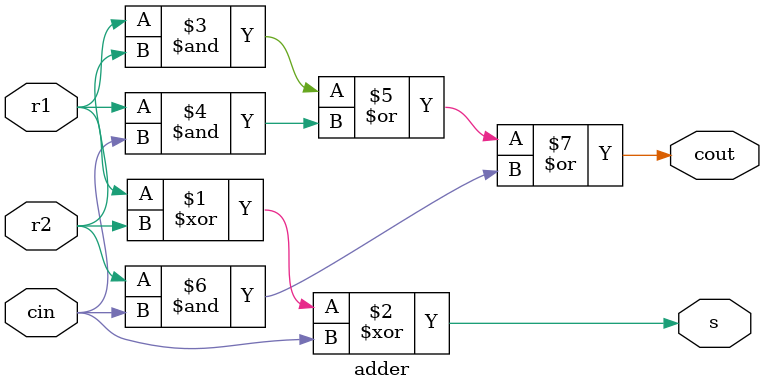
<source format=v>
module adder (input r1, r2, //individual bits
				  input cin, //carryin
				  output s, //sum result
				  output cout); //carryout

	assign s = r1 ^ r2 ^ cin;
	assign cout = (r1 & r2) | (r1 & cin) | (r2 & cin);

endmodule
</source>
